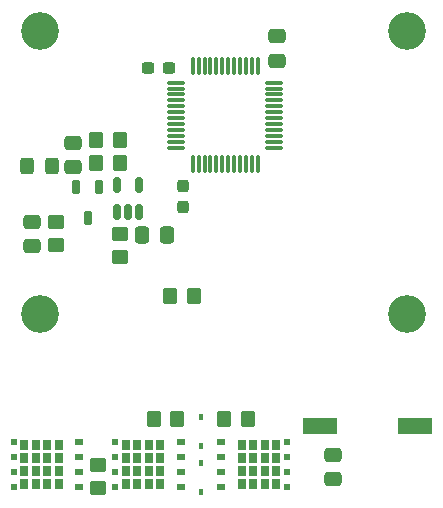
<source format=gbp>
%TF.GenerationSoftware,KiCad,Pcbnew,8.0.8*%
%TF.CreationDate,2025-04-18T09:33:10-04:00*%
%TF.ProjectId,high-power-module,68696768-2d70-46f7-9765-722d6d6f6475,rev?*%
%TF.SameCoordinates,Original*%
%TF.FileFunction,Paste,Bot*%
%TF.FilePolarity,Positive*%
%FSLAX46Y46*%
G04 Gerber Fmt 4.6, Leading zero omitted, Abs format (unit mm)*
G04 Created by KiCad (PCBNEW 8.0.8) date 2025-04-18 09:33:10*
%MOMM*%
%LPD*%
G01*
G04 APERTURE LIST*
G04 Aperture macros list*
%AMRoundRect*
0 Rectangle with rounded corners*
0 $1 Rounding radius*
0 $2 $3 $4 $5 $6 $7 $8 $9 X,Y pos of 4 corners*
0 Add a 4 corners polygon primitive as box body*
4,1,4,$2,$3,$4,$5,$6,$7,$8,$9,$2,$3,0*
0 Add four circle primitives for the rounded corners*
1,1,$1+$1,$2,$3*
1,1,$1+$1,$4,$5*
1,1,$1+$1,$6,$7*
1,1,$1+$1,$8,$9*
0 Add four rect primitives between the rounded corners*
20,1,$1+$1,$2,$3,$4,$5,0*
20,1,$1+$1,$4,$5,$6,$7,0*
20,1,$1+$1,$6,$7,$8,$9,0*
20,1,$1+$1,$8,$9,$2,$3,0*%
G04 Aperture macros list end*
%ADD10C,3.200000*%
%ADD11RoundRect,0.250000X-0.337500X-0.475000X0.337500X-0.475000X0.337500X0.475000X-0.337500X0.475000X0*%
%ADD12RoundRect,0.250000X0.350000X0.450000X-0.350000X0.450000X-0.350000X-0.450000X0.350000X-0.450000X0*%
%ADD13RoundRect,0.250000X-0.350000X-0.450000X0.350000X-0.450000X0.350000X0.450000X-0.350000X0.450000X0*%
%ADD14R,3.000000X1.470000*%
%ADD15R,0.355600X0.609600*%
%ADD16RoundRect,0.250000X0.325000X0.450000X-0.325000X0.450000X-0.325000X-0.450000X0.325000X-0.450000X0*%
%ADD17RoundRect,0.162500X-0.162500X0.447500X-0.162500X-0.447500X0.162500X-0.447500X0.162500X0.447500X0*%
%ADD18RoundRect,0.250000X-0.475000X0.337500X-0.475000X-0.337500X0.475000X-0.337500X0.475000X0.337500X0*%
%ADD19RoundRect,0.075000X0.662500X0.075000X-0.662500X0.075000X-0.662500X-0.075000X0.662500X-0.075000X0*%
%ADD20RoundRect,0.075000X0.075000X0.662500X-0.075000X0.662500X-0.075000X-0.662500X0.075000X-0.662500X0*%
%ADD21RoundRect,0.237500X-0.237500X0.300000X-0.237500X-0.300000X0.237500X-0.300000X0.237500X0.300000X0*%
%ADD22RoundRect,0.250000X0.450000X-0.350000X0.450000X0.350000X-0.450000X0.350000X-0.450000X-0.350000X0*%
%ADD23R,0.780000X0.900000*%
%ADD24R,0.550000X0.500000*%
%ADD25R,0.650000X0.500000*%
%ADD26RoundRect,0.250000X0.475000X-0.337500X0.475000X0.337500X-0.475000X0.337500X-0.475000X-0.337500X0*%
%ADD27RoundRect,0.150000X0.150000X-0.512500X0.150000X0.512500X-0.150000X0.512500X-0.150000X-0.512500X0*%
%ADD28RoundRect,0.237500X0.300000X0.237500X-0.300000X0.237500X-0.300000X-0.237500X0.300000X-0.237500X0*%
G04 APERTURE END LIST*
D10*
%TO.C,H4*%
X128500000Y-97500000D03*
%TD*%
%TO.C,H1*%
X128500000Y-73500000D03*
%TD*%
%TO.C,H2*%
X159500000Y-73500000D03*
%TD*%
%TO.C,H3*%
X159500000Y-97500000D03*
%TD*%
D11*
%TO.C,CB5*%
X137125000Y-90800000D03*
X139200000Y-90800000D03*
%TD*%
D12*
%TO.C,R13*%
X135200000Y-84700000D03*
X133200000Y-84700000D03*
%TD*%
D13*
%TO.C,R17*%
X138100000Y-106350000D03*
X140100000Y-106350000D03*
%TD*%
%TO.C,R2*%
X133200000Y-82800000D03*
X135200000Y-82800000D03*
%TD*%
D14*
%TO.C,FB1*%
X160200000Y-107000000D03*
X152200000Y-107000000D03*
%TD*%
D15*
%TO.C,U5*%
X142100000Y-108689200D03*
X142100000Y-106200000D03*
%TD*%
%TO.C,U4*%
X142100000Y-110105400D03*
X142100000Y-112594600D03*
%TD*%
D16*
%TO.C,R3*%
X129450000Y-85000000D03*
X127400000Y-85000000D03*
%TD*%
D17*
%TO.C,D1*%
X131550000Y-86780000D03*
X133450000Y-86780000D03*
X132500000Y-89400000D03*
%TD*%
D18*
%TO.C,C10*%
X153250000Y-109425000D03*
X153250000Y-111500000D03*
%TD*%
D19*
%TO.C,U6*%
X148312500Y-77912500D03*
X148312500Y-78412500D03*
X148312500Y-78912500D03*
X148312500Y-79412500D03*
X148312500Y-79912500D03*
X148312500Y-80412500D03*
X148312500Y-80912500D03*
X148312500Y-81412500D03*
X148312500Y-81912500D03*
X148312500Y-82412500D03*
X148312500Y-82912500D03*
X148312500Y-83412500D03*
D20*
X146900000Y-84825000D03*
X146400000Y-84825000D03*
X145900000Y-84825000D03*
X145400000Y-84825000D03*
X144900000Y-84825000D03*
X144400000Y-84825000D03*
X143900000Y-84825000D03*
X143400000Y-84825000D03*
X142900000Y-84825000D03*
X142400000Y-84825000D03*
X141900000Y-84825000D03*
X141400000Y-84825000D03*
D19*
X139987500Y-83412500D03*
X139987500Y-82912500D03*
X139987500Y-82412500D03*
X139987500Y-81912500D03*
X139987500Y-81412500D03*
X139987500Y-80912500D03*
X139987500Y-80412500D03*
X139987500Y-79912500D03*
X139987500Y-79412500D03*
X139987500Y-78912500D03*
X139987500Y-78412500D03*
X139987500Y-77912500D03*
D20*
X141400000Y-76500000D03*
X141900000Y-76500000D03*
X142400000Y-76500000D03*
X142900000Y-76500000D03*
X143400000Y-76500000D03*
X143900000Y-76500000D03*
X144400000Y-76500000D03*
X144900000Y-76500000D03*
X145400000Y-76500000D03*
X145900000Y-76500000D03*
X146400000Y-76500000D03*
X146900000Y-76500000D03*
%TD*%
D21*
%TO.C,CD6*%
X140600000Y-86675000D03*
X140600000Y-88400000D03*
%TD*%
D18*
%TO.C,C4*%
X131300000Y-83000000D03*
X131300000Y-85075000D03*
%TD*%
D22*
%TO.C,R15*%
X135200000Y-92700000D03*
X135200000Y-90700000D03*
%TD*%
D23*
%TO.C,Q1*%
X145550000Y-108605000D03*
X145550000Y-109705000D03*
X145550000Y-110805000D03*
X145550000Y-111905000D03*
X146530000Y-108605000D03*
X146530000Y-109705000D03*
X146530000Y-110805000D03*
X146530000Y-111905000D03*
X147510000Y-108605000D03*
X147510000Y-109705000D03*
X147510000Y-110805000D03*
X147510000Y-111905000D03*
X148490000Y-108605000D03*
X148490000Y-109705000D03*
X148490000Y-110805000D03*
X148490000Y-111905000D03*
D24*
X149350000Y-108350000D03*
X149350000Y-109620000D03*
X149350000Y-110890000D03*
X149350000Y-112160000D03*
D25*
X143800000Y-108350000D03*
X143800000Y-109620000D03*
X143800000Y-110890000D03*
X143800000Y-112160000D03*
%TD*%
D26*
%TO.C,C3*%
X127800000Y-91775000D03*
X127800000Y-89700000D03*
%TD*%
D13*
%TO.C,R14*%
X144050000Y-106400000D03*
X146050000Y-106400000D03*
%TD*%
D27*
%TO.C,U2*%
X136850000Y-88837500D03*
X135900000Y-88837500D03*
X134950000Y-88837500D03*
X134950000Y-86562500D03*
X136850000Y-86562500D03*
%TD*%
D13*
%TO.C,R7*%
X139500000Y-96000000D03*
X141500000Y-96000000D03*
%TD*%
D22*
%TO.C,R16*%
X133350000Y-112250000D03*
X133350000Y-110250000D03*
%TD*%
D28*
%TO.C,CD5*%
X139362500Y-76700000D03*
X137637500Y-76700000D03*
%TD*%
D26*
%TO.C,CD4*%
X148500000Y-76037500D03*
X148500000Y-73962500D03*
%TD*%
D22*
%TO.C,R1*%
X129800000Y-91700000D03*
X129800000Y-89700000D03*
%TD*%
D23*
%TO.C,Q2*%
X138650000Y-111865000D03*
X138650000Y-110765000D03*
X138650000Y-109665000D03*
X138650000Y-108565000D03*
X137670000Y-111865000D03*
X137670000Y-110765000D03*
X137670000Y-109665000D03*
X137670000Y-108565000D03*
X136690000Y-111865000D03*
X136690000Y-110765000D03*
X136690000Y-109665000D03*
X136690000Y-108565000D03*
X135710000Y-111865000D03*
X135710000Y-110765000D03*
X135710000Y-109665000D03*
X135710000Y-108565000D03*
D24*
X134850000Y-112120000D03*
X134850000Y-110850000D03*
X134850000Y-109580000D03*
X134850000Y-108310000D03*
D25*
X140400000Y-112120000D03*
X140400000Y-110850000D03*
X140400000Y-109580000D03*
X140400000Y-108310000D03*
%TD*%
D23*
%TO.C,Q3*%
X130050000Y-111885000D03*
X130050000Y-110785000D03*
X130050000Y-109685000D03*
X130050000Y-108585000D03*
X129070000Y-111885000D03*
X129070000Y-110785000D03*
X129070000Y-109685000D03*
X129070000Y-108585000D03*
X128090000Y-111885000D03*
X128090000Y-110785000D03*
X128090000Y-109685000D03*
X128090000Y-108585000D03*
X127110000Y-111885000D03*
X127110000Y-110785000D03*
X127110000Y-109685000D03*
X127110000Y-108585000D03*
D24*
X126250000Y-112140000D03*
X126250000Y-110870000D03*
X126250000Y-109600000D03*
X126250000Y-108330000D03*
D25*
X131800000Y-112140000D03*
X131800000Y-110870000D03*
X131800000Y-109600000D03*
X131800000Y-108330000D03*
%TD*%
M02*

</source>
